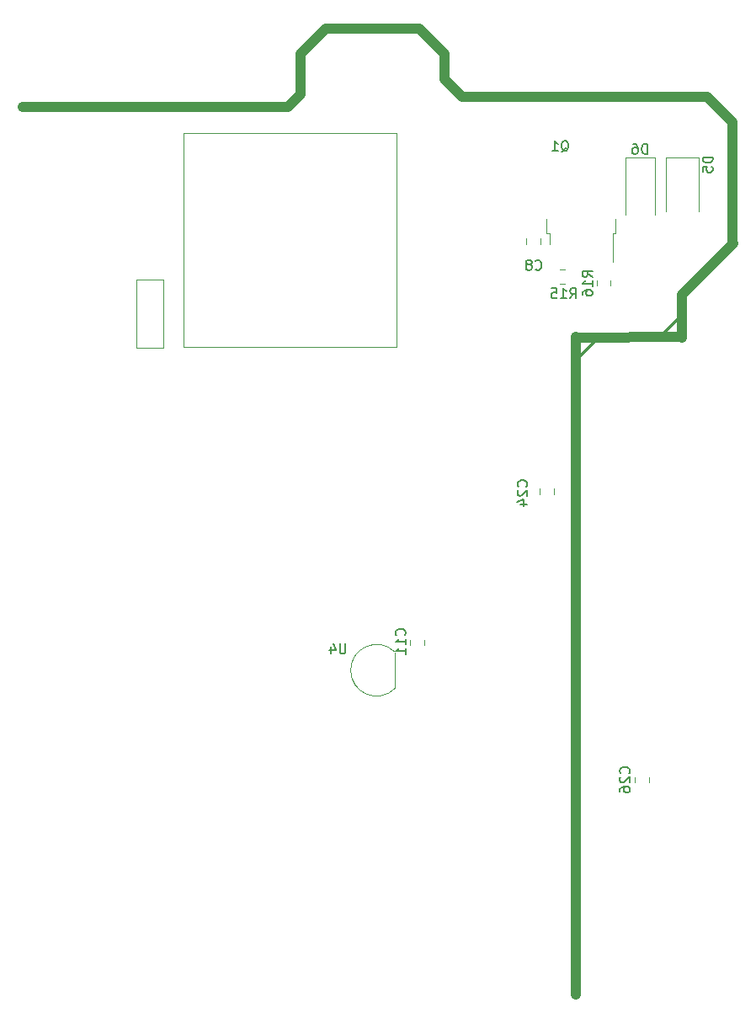
<source format=gbo>
G04 #@! TF.GenerationSoftware,KiCad,Pcbnew,5.1.5*
G04 #@! TF.CreationDate,2020-02-13T16:26:20+03:00*
G04 #@! TF.ProjectId,DC-Soft-Starter-V2,44432d53-6f66-4742-9d53-746172746572,rev?*
G04 #@! TF.SameCoordinates,Original*
G04 #@! TF.FileFunction,Legend,Bot*
G04 #@! TF.FilePolarity,Positive*
%FSLAX46Y46*%
G04 Gerber Fmt 4.6, Leading zero omitted, Abs format (unit mm)*
G04 Created by KiCad (PCBNEW 5.1.5) date 2020-02-13 16:26:20*
%MOMM*%
%LPD*%
G04 APERTURE LIST*
%ADD10C,0.300000*%
%ADD11C,1.000000*%
%ADD12C,0.120000*%
%ADD13C,0.150000*%
G04 APERTURE END LIST*
D10*
X79190000Y-93432000D02*
X76650000Y-95972000D01*
X70808000Y-95718000D02*
X68268000Y-98258000D01*
D11*
X68380000Y-161910400D02*
X68380000Y-95802800D01*
X79048000Y-95802800D02*
X68369600Y-95819600D01*
X84128000Y-74212800D02*
X84128000Y-86404800D01*
X84168400Y-86370800D02*
X79088400Y-91450800D01*
X79037600Y-91501600D02*
X79037600Y-95819600D01*
D12*
X26866000Y-96848300D02*
X24199000Y-96848300D01*
X26866000Y-89990300D02*
X26866000Y-96848300D01*
X24199000Y-89990300D02*
X26866000Y-89990300D01*
X24199000Y-96848300D02*
X24199000Y-89990300D01*
X50297500Y-75321800D02*
X28898000Y-75321800D01*
X50297500Y-96784800D02*
X50297500Y-75321800D01*
X28898000Y-96784800D02*
X50297500Y-96784800D01*
X28898000Y-75321800D02*
X28898000Y-96784800D01*
D11*
X12769000Y-72654800D02*
X39439000Y-72654800D01*
X40694000Y-71418800D02*
X39439000Y-72654800D01*
X40694000Y-67354800D02*
X40694000Y-71418800D01*
X84128000Y-74212800D02*
X81588000Y-71672800D01*
X55172000Y-67354800D02*
X55172000Y-69894800D01*
X55172000Y-69894800D02*
X56950000Y-71672800D01*
X43234000Y-64814800D02*
X40694000Y-67354800D01*
X52632000Y-64814800D02*
X43234000Y-64814800D01*
X56950000Y-71672800D02*
X81588000Y-71672800D01*
X55172000Y-67354800D02*
X52632000Y-64814800D01*
D12*
X65708000Y-85386800D02*
X65708000Y-86486800D01*
X65438000Y-85386800D02*
X65708000Y-85386800D01*
X65438000Y-83886800D02*
X65438000Y-85386800D01*
X72068000Y-85386800D02*
X72068000Y-88216800D01*
X72338000Y-85386800D02*
X72068000Y-85386800D01*
X72338000Y-83886800D02*
X72338000Y-85386800D01*
X67290078Y-88996800D02*
X66772922Y-88996800D01*
X67290078Y-90416800D02*
X66772922Y-90416800D01*
X64787000Y-86423878D02*
X64787000Y-85906722D01*
X63367000Y-86423878D02*
X63367000Y-85906722D01*
X73357000Y-83457800D02*
X73357000Y-77757800D01*
X73357000Y-77757800D02*
X76357000Y-77757800D01*
X76357000Y-77757800D02*
X76357000Y-83457800D01*
X53138800Y-126278222D02*
X53138800Y-126795378D01*
X51718800Y-126278222D02*
X51718800Y-126795378D01*
X64749000Y-111570378D02*
X64749000Y-111053222D01*
X66169000Y-111570378D02*
X66169000Y-111053222D01*
X75709000Y-140036422D02*
X75709000Y-140553578D01*
X74289000Y-140036422D02*
X74289000Y-140553578D01*
X77398000Y-77721600D02*
X77398000Y-83121600D01*
X80698000Y-77721600D02*
X80698000Y-83121600D01*
X77398000Y-77721600D02*
X80698000Y-77721600D01*
X70464000Y-90648878D02*
X70464000Y-90131722D01*
X71884000Y-90648878D02*
X71884000Y-90131722D01*
X50179000Y-127496800D02*
X50179000Y-131096800D01*
X50167478Y-127458322D02*
G75*
G03X45729000Y-129296800I-1838478J-1838478D01*
G01*
X50167478Y-131135278D02*
G75*
G02X45729000Y-129296800I-1838478J1838478D01*
G01*
D13*
X66890038Y-77164819D02*
X66985276Y-77117200D01*
X67080514Y-77021961D01*
X67223371Y-76879104D01*
X67318609Y-76831485D01*
X67413847Y-76831485D01*
X67366228Y-77069580D02*
X67461466Y-77021961D01*
X67556704Y-76926723D01*
X67604323Y-76736247D01*
X67604323Y-76402914D01*
X67556704Y-76212438D01*
X67461466Y-76117200D01*
X67366228Y-76069580D01*
X67175752Y-76069580D01*
X67080514Y-76117200D01*
X66985276Y-76212438D01*
X66937657Y-76402914D01*
X66937657Y-76736247D01*
X66985276Y-76926723D01*
X67080514Y-77021961D01*
X67175752Y-77069580D01*
X67366228Y-77069580D01*
X65985276Y-77069580D02*
X66556704Y-77069580D01*
X66270990Y-77069580D02*
X66270990Y-76069580D01*
X66366228Y-76212438D01*
X66461466Y-76307676D01*
X66556704Y-76355295D01*
X67793257Y-91903180D02*
X68126590Y-91426990D01*
X68364685Y-91903180D02*
X68364685Y-90903180D01*
X67983733Y-90903180D01*
X67888495Y-90950800D01*
X67840876Y-90998419D01*
X67793257Y-91093657D01*
X67793257Y-91236514D01*
X67840876Y-91331752D01*
X67888495Y-91379371D01*
X67983733Y-91426990D01*
X68364685Y-91426990D01*
X66840876Y-91903180D02*
X67412304Y-91903180D01*
X67126590Y-91903180D02*
X67126590Y-90903180D01*
X67221828Y-91046038D01*
X67317066Y-91141276D01*
X67412304Y-91188895D01*
X65936114Y-90903180D02*
X66412304Y-90903180D01*
X66459923Y-91379371D01*
X66412304Y-91331752D01*
X66317066Y-91284133D01*
X66078971Y-91284133D01*
X65983733Y-91331752D01*
X65936114Y-91379371D01*
X65888495Y-91474609D01*
X65888495Y-91712704D01*
X65936114Y-91807942D01*
X65983733Y-91855561D01*
X66078971Y-91903180D01*
X66317066Y-91903180D01*
X66412304Y-91855561D01*
X66459923Y-91807942D01*
X64319866Y-88963142D02*
X64367485Y-89010761D01*
X64510342Y-89058380D01*
X64605580Y-89058380D01*
X64748438Y-89010761D01*
X64843676Y-88915523D01*
X64891295Y-88820285D01*
X64938914Y-88629809D01*
X64938914Y-88486952D01*
X64891295Y-88296476D01*
X64843676Y-88201238D01*
X64748438Y-88106000D01*
X64605580Y-88058380D01*
X64510342Y-88058380D01*
X64367485Y-88106000D01*
X64319866Y-88153619D01*
X63748438Y-88486952D02*
X63843676Y-88439333D01*
X63891295Y-88391714D01*
X63938914Y-88296476D01*
X63938914Y-88248857D01*
X63891295Y-88153619D01*
X63843676Y-88106000D01*
X63748438Y-88058380D01*
X63557961Y-88058380D01*
X63462723Y-88106000D01*
X63415104Y-88153619D01*
X63367485Y-88248857D01*
X63367485Y-88296476D01*
X63415104Y-88391714D01*
X63462723Y-88439333D01*
X63557961Y-88486952D01*
X63748438Y-88486952D01*
X63843676Y-88534571D01*
X63891295Y-88582190D01*
X63938914Y-88677428D01*
X63938914Y-88867904D01*
X63891295Y-88963142D01*
X63843676Y-89010761D01*
X63748438Y-89058380D01*
X63557961Y-89058380D01*
X63462723Y-89010761D01*
X63415104Y-88963142D01*
X63367485Y-88867904D01*
X63367485Y-88677428D01*
X63415104Y-88582190D01*
X63462723Y-88534571D01*
X63557961Y-88486952D01*
X75559295Y-77374380D02*
X75559295Y-76374380D01*
X75321200Y-76374380D01*
X75178342Y-76422000D01*
X75083104Y-76517238D01*
X75035485Y-76612476D01*
X74987866Y-76802952D01*
X74987866Y-76945809D01*
X75035485Y-77136285D01*
X75083104Y-77231523D01*
X75178342Y-77326761D01*
X75321200Y-77374380D01*
X75559295Y-77374380D01*
X74130723Y-76374380D02*
X74321200Y-76374380D01*
X74416438Y-76422000D01*
X74464057Y-76469619D01*
X74559295Y-76612476D01*
X74606914Y-76802952D01*
X74606914Y-77183904D01*
X74559295Y-77279142D01*
X74511676Y-77326761D01*
X74416438Y-77374380D01*
X74225961Y-77374380D01*
X74130723Y-77326761D01*
X74083104Y-77279142D01*
X74035485Y-77183904D01*
X74035485Y-76945809D01*
X74083104Y-76850571D01*
X74130723Y-76802952D01*
X74225961Y-76755333D01*
X74416438Y-76755333D01*
X74511676Y-76802952D01*
X74559295Y-76850571D01*
X74606914Y-76945809D01*
X51149942Y-125758342D02*
X51197561Y-125710723D01*
X51245180Y-125567866D01*
X51245180Y-125472628D01*
X51197561Y-125329771D01*
X51102323Y-125234533D01*
X51007085Y-125186914D01*
X50816609Y-125139295D01*
X50673752Y-125139295D01*
X50483276Y-125186914D01*
X50388038Y-125234533D01*
X50292800Y-125329771D01*
X50245180Y-125472628D01*
X50245180Y-125567866D01*
X50292800Y-125710723D01*
X50340419Y-125758342D01*
X51245180Y-126710723D02*
X51245180Y-126139295D01*
X51245180Y-126425009D02*
X50245180Y-126425009D01*
X50388038Y-126329771D01*
X50483276Y-126234533D01*
X50530895Y-126139295D01*
X51245180Y-127663104D02*
X51245180Y-127091676D01*
X51245180Y-127377390D02*
X50245180Y-127377390D01*
X50388038Y-127282152D01*
X50483276Y-127186914D01*
X50530895Y-127091676D01*
X63392742Y-110823142D02*
X63440361Y-110775523D01*
X63487980Y-110632666D01*
X63487980Y-110537428D01*
X63440361Y-110394571D01*
X63345123Y-110299333D01*
X63249885Y-110251714D01*
X63059409Y-110204095D01*
X62916552Y-110204095D01*
X62726076Y-110251714D01*
X62630838Y-110299333D01*
X62535600Y-110394571D01*
X62487980Y-110537428D01*
X62487980Y-110632666D01*
X62535600Y-110775523D01*
X62583219Y-110823142D01*
X62583219Y-111204095D02*
X62535600Y-111251714D01*
X62487980Y-111346952D01*
X62487980Y-111585047D01*
X62535600Y-111680285D01*
X62583219Y-111727904D01*
X62678457Y-111775523D01*
X62773695Y-111775523D01*
X62916552Y-111727904D01*
X63487980Y-111156476D01*
X63487980Y-111775523D01*
X62821314Y-112632666D02*
X63487980Y-112632666D01*
X62440361Y-112394571D02*
X63154647Y-112156476D01*
X63154647Y-112775523D01*
X73706142Y-139652142D02*
X73753761Y-139604523D01*
X73801380Y-139461666D01*
X73801380Y-139366428D01*
X73753761Y-139223571D01*
X73658523Y-139128333D01*
X73563285Y-139080714D01*
X73372809Y-139033095D01*
X73229952Y-139033095D01*
X73039476Y-139080714D01*
X72944238Y-139128333D01*
X72849000Y-139223571D01*
X72801380Y-139366428D01*
X72801380Y-139461666D01*
X72849000Y-139604523D01*
X72896619Y-139652142D01*
X72896619Y-140033095D02*
X72849000Y-140080714D01*
X72801380Y-140175952D01*
X72801380Y-140414047D01*
X72849000Y-140509285D01*
X72896619Y-140556904D01*
X72991857Y-140604523D01*
X73087095Y-140604523D01*
X73229952Y-140556904D01*
X73801380Y-139985476D01*
X73801380Y-140604523D01*
X72801380Y-141461666D02*
X72801380Y-141271190D01*
X72849000Y-141175952D01*
X72896619Y-141128333D01*
X73039476Y-141033095D01*
X73229952Y-140985476D01*
X73610904Y-140985476D01*
X73706142Y-141033095D01*
X73753761Y-141080714D01*
X73801380Y-141175952D01*
X73801380Y-141366428D01*
X73753761Y-141461666D01*
X73706142Y-141509285D01*
X73610904Y-141556904D01*
X73372809Y-141556904D01*
X73277571Y-141509285D01*
X73229952Y-141461666D01*
X73182333Y-141366428D01*
X73182333Y-141175952D01*
X73229952Y-141080714D01*
X73277571Y-141033095D01*
X73372809Y-140985476D01*
X82131580Y-77707904D02*
X81131580Y-77707904D01*
X81131580Y-77946000D01*
X81179200Y-78088857D01*
X81274438Y-78184095D01*
X81369676Y-78231714D01*
X81560152Y-78279333D01*
X81703009Y-78279333D01*
X81893485Y-78231714D01*
X81988723Y-78184095D01*
X82083961Y-78088857D01*
X82131580Y-77946000D01*
X82131580Y-77707904D01*
X81131580Y-79184095D02*
X81131580Y-78707904D01*
X81607771Y-78660285D01*
X81560152Y-78707904D01*
X81512533Y-78803142D01*
X81512533Y-79041238D01*
X81560152Y-79136476D01*
X81607771Y-79184095D01*
X81703009Y-79231714D01*
X81941104Y-79231714D01*
X82036342Y-79184095D01*
X82083961Y-79136476D01*
X82131580Y-79041238D01*
X82131580Y-78803142D01*
X82083961Y-78707904D01*
X82036342Y-78660285D01*
X70026380Y-89734942D02*
X69550190Y-89401609D01*
X70026380Y-89163514D02*
X69026380Y-89163514D01*
X69026380Y-89544466D01*
X69074000Y-89639704D01*
X69121619Y-89687323D01*
X69216857Y-89734942D01*
X69359714Y-89734942D01*
X69454952Y-89687323D01*
X69502571Y-89639704D01*
X69550190Y-89544466D01*
X69550190Y-89163514D01*
X70026380Y-90687323D02*
X70026380Y-90115895D01*
X70026380Y-90401609D02*
X69026380Y-90401609D01*
X69169238Y-90306371D01*
X69264476Y-90211133D01*
X69312095Y-90115895D01*
X69026380Y-91544466D02*
X69026380Y-91353990D01*
X69074000Y-91258752D01*
X69121619Y-91211133D01*
X69264476Y-91115895D01*
X69454952Y-91068276D01*
X69835904Y-91068276D01*
X69931142Y-91115895D01*
X69978761Y-91163514D01*
X70026380Y-91258752D01*
X70026380Y-91449228D01*
X69978761Y-91544466D01*
X69931142Y-91592085D01*
X69835904Y-91639704D01*
X69597809Y-91639704D01*
X69502571Y-91592085D01*
X69454952Y-91544466D01*
X69407333Y-91449228D01*
X69407333Y-91258752D01*
X69454952Y-91163514D01*
X69502571Y-91115895D01*
X69597809Y-91068276D01*
X45204704Y-126615580D02*
X45204704Y-127425104D01*
X45157085Y-127520342D01*
X45109466Y-127567961D01*
X45014228Y-127615580D01*
X44823752Y-127615580D01*
X44728514Y-127567961D01*
X44680895Y-127520342D01*
X44633276Y-127425104D01*
X44633276Y-126615580D01*
X43728514Y-126948914D02*
X43728514Y-127615580D01*
X43966609Y-126567961D02*
X44204704Y-127282247D01*
X43585657Y-127282247D01*
M02*

</source>
